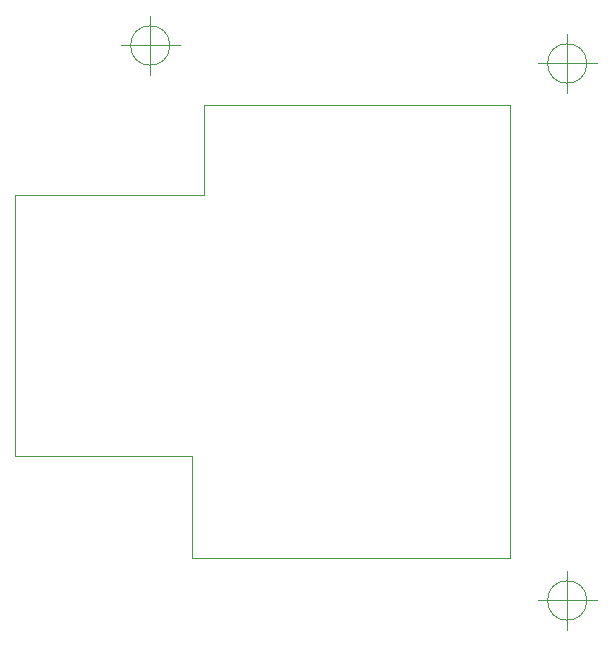
<source format=gbr>
%TF.GenerationSoftware,KiCad,Pcbnew,(6.0.11)*%
%TF.CreationDate,2023-11-20T18:36:57+00:00*%
%TF.ProjectId,reaction_wheel,72656163-7469-46f6-9e5f-776865656c2e,rev?*%
%TF.SameCoordinates,Original*%
%TF.FileFunction,Profile,NP*%
%FSLAX46Y46*%
G04 Gerber Fmt 4.6, Leading zero omitted, Abs format (unit mm)*
G04 Created by KiCad (PCBNEW (6.0.11)) date 2023-11-20 18:36:57*
%MOMM*%
%LPD*%
G01*
G04 APERTURE LIST*
%TA.AperFunction,Profile*%
%ADD10C,0.100000*%
%TD*%
G04 APERTURE END LIST*
D10*
X115570000Y-98298000D02*
X115570000Y-106934000D01*
X116586000Y-68580000D02*
X116586000Y-76200000D01*
X115570000Y-106934000D02*
X115824000Y-106934000D01*
X100584000Y-98298000D02*
X115570000Y-98298000D01*
X100584000Y-98298000D02*
X100584000Y-76200000D01*
X142494000Y-68580000D02*
X142494000Y-106934000D01*
X142494000Y-106934000D02*
X115824000Y-106934000D01*
X100584000Y-76200000D02*
X116586000Y-76200000D01*
X116586000Y-68580000D02*
X142494000Y-68580000D01*
X148986666Y-110490000D02*
G75*
G03*
X148986666Y-110490000I-1666666J0D01*
G01*
X144820000Y-110490000D02*
X149820000Y-110490000D01*
X147320000Y-107990000D02*
X147320000Y-112990000D01*
X148986666Y-65024000D02*
G75*
G03*
X148986666Y-65024000I-1666666J0D01*
G01*
X144820000Y-65024000D02*
X149820000Y-65024000D01*
X147320000Y-62524000D02*
X147320000Y-67524000D01*
X113680666Y-63500000D02*
G75*
G03*
X113680666Y-63500000I-1666666J0D01*
G01*
X109514000Y-63500000D02*
X114514000Y-63500000D01*
X112014000Y-61000000D02*
X112014000Y-66000000D01*
M02*

</source>
